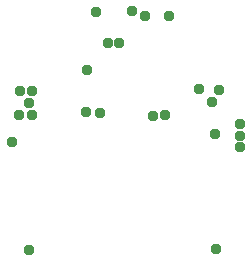
<source format=gbr>
G04 EAGLE Gerber RS-274X export*
G75*
%MOMM*%
%FSLAX34Y34*%
%LPD*%
%INSoldermask Bottom*%
%IPPOS*%
%AMOC8*
5,1,8,0,0,1.08239X$1,22.5*%
G01*
%ADD10C,0.959600*%


D10*
X96000Y123000D03*
X162500Y120032D03*
X206000Y6500D03*
X47500Y6000D03*
X134500Y208000D03*
X146000Y204500D03*
X104000Y207500D03*
X50000Y140500D03*
X48000Y130500D03*
X50000Y120500D03*
X40000Y140500D03*
X123500Y181000D03*
X114500Y181000D03*
X166000Y204500D03*
X208500Y141500D03*
X191500Y142094D03*
X202500Y131500D03*
X39068Y120000D03*
X205500Y104500D03*
X97000Y158568D03*
X33000Y97500D03*
X108000Y122000D03*
X152412Y119900D03*
X226500Y113000D03*
X226500Y103000D03*
X226500Y93000D03*
M02*

</source>
